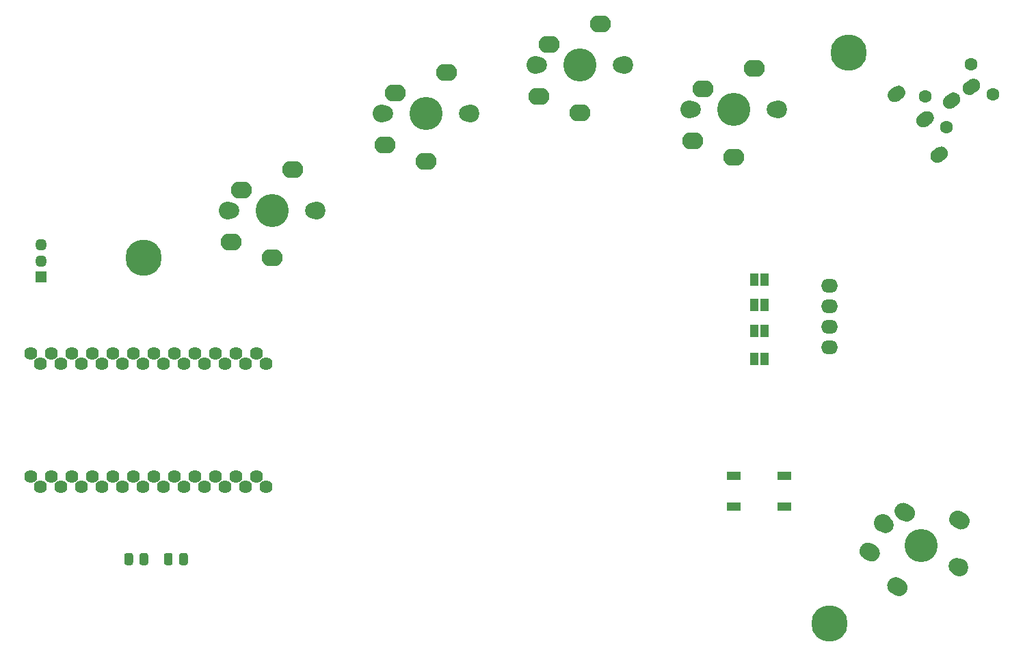
<source format=gbr>
%TF.GenerationSoftware,KiCad,Pcbnew,5.1.6*%
%TF.CreationDate,2020-10-16T15:45:10+02:00*%
%TF.ProjectId,prominny_kicad,70726f6d-696e-46e7-995f-6b696361642e,rev?*%
%TF.SameCoordinates,Original*%
%TF.FileFunction,Soldermask,Bot*%
%TF.FilePolarity,Negative*%
%FSLAX46Y46*%
G04 Gerber Fmt 4.6, Leading zero omitted, Abs format (unit mm)*
G04 Created by KiCad (PCBNEW 5.1.6) date 2020-10-16 15:45:10*
%MOMM*%
%LPD*%
G01*
G04 APERTURE LIST*
%ADD10C,0.800000*%
%ADD11C,4.500000*%
%ADD12O,2.100000X1.700000*%
%ADD13O,1.450000X1.450000*%
%ADD14R,1.450000X1.450000*%
%ADD15C,4.100000*%
%ADD16C,2.200000*%
%ADD17C,2.000000*%
%ADD18O,2.600000X2.100000*%
%ADD19R,1.800000X1.100000*%
%ADD20C,1.624000*%
%ADD21C,1.600000*%
%ADD22R,1.100000X1.600000*%
G04 APERTURE END LIST*
D10*
%TO.C, *%
X233720826Y-132968574D03*
X232554100Y-132485300D03*
X231387374Y-132968574D03*
X230904100Y-134135300D03*
X231387374Y-135302026D03*
X232554100Y-135785300D03*
X233720826Y-135302026D03*
X234204100Y-134135300D03*
D11*
X232554100Y-134135300D03*
%TD*%
%TO.C, *%
X234935200Y-63496000D03*
D10*
X236585200Y-63496000D03*
X236101926Y-64662726D03*
X234935200Y-65146000D03*
X233768474Y-64662726D03*
X233285200Y-63496000D03*
X233768474Y-62329274D03*
X234935200Y-61846000D03*
X236101926Y-62329274D03*
%TD*%
%TO.C, *%
X148794926Y-87727674D03*
X147628200Y-87244400D03*
X146461474Y-87727674D03*
X145978200Y-88894400D03*
X146461474Y-90061126D03*
X147628200Y-90544400D03*
X148794926Y-90061126D03*
X149278200Y-88894400D03*
D11*
X147628200Y-88894400D03*
%TD*%
D12*
%TO.C,Brd1*%
X232554100Y-97466200D03*
X232554100Y-100006200D03*
X232554100Y-94926200D03*
X232554100Y-92386200D03*
%TD*%
D13*
%TO.C,J1*%
X134929000Y-87275500D03*
X134929000Y-89275500D03*
D14*
X134929000Y-91275500D03*
%TD*%
%TO.C,SW7*%
G36*
G01*
X239796367Y-128959550D02*
X239796367Y-128959550D01*
G75*
G02*
X241230694Y-128575223I909327J-525000D01*
G01*
X241663706Y-128825223D01*
G75*
G02*
X242048033Y-130259550I-525000J-909327D01*
G01*
X242048033Y-130259550D01*
G75*
G02*
X240613706Y-130643877I-909327J525000D01*
G01*
X240180694Y-130393877D01*
G75*
G02*
X239796367Y-128959550I525000J909327D01*
G01*
G37*
G36*
G01*
X236379637Y-124677499D02*
X236379637Y-124677499D01*
G75*
G02*
X237813964Y-124293172I909327J-525000D01*
G01*
X238246976Y-124543172D01*
G75*
G02*
X238631303Y-125977499I-525000J-909327D01*
G01*
X238631303Y-125977499D01*
G75*
G02*
X237196976Y-126361826I-909327J525000D01*
G01*
X236763964Y-126111826D01*
G75*
G02*
X236379637Y-124677499I525000J909327D01*
G01*
G37*
D15*
X243872200Y-124500000D03*
D16*
X239109060Y-121750000D03*
X248635340Y-127250000D03*
G36*
G01*
X247486072Y-120720591D02*
X247486072Y-120720591D01*
G75*
G02*
X248920399Y-120336264I909327J-525000D01*
G01*
X249353411Y-120586264D01*
G75*
G02*
X249737738Y-122020591I-525000J-909327D01*
G01*
X249737738Y-122020591D01*
G75*
G02*
X248303411Y-122404918I-909327J525000D01*
G01*
X247870399Y-122154918D01*
G75*
G02*
X247486072Y-120720591I525000J909327D01*
G01*
G37*
G36*
G01*
X240716810Y-119745295D02*
X240716810Y-119745295D01*
G75*
G02*
X242151137Y-119360968I909327J-525000D01*
G01*
X242584149Y-119610968D01*
G75*
G02*
X242968476Y-121045295I-525000J-909327D01*
G01*
X242968476Y-121045295D01*
G75*
G02*
X241534149Y-121429622I-909327J525000D01*
G01*
X241101137Y-121179622D01*
G75*
G02*
X240716810Y-119745295I525000J909327D01*
G01*
G37*
D17*
X248271609Y-127040000D03*
X239472791Y-121960000D03*
%TD*%
D18*
%TO.C,SW5*%
X201599800Y-70900000D03*
X196499800Y-68900000D03*
D15*
X201599800Y-65000000D03*
D16*
X196099800Y-65000000D03*
X207099800Y-65000000D03*
D18*
X204139800Y-59920000D03*
X197789800Y-62460000D03*
D17*
X206679800Y-65000000D03*
X196519800Y-65000000D03*
%TD*%
D18*
%TO.C,SW4*%
X182551000Y-76900000D03*
X177451000Y-74900000D03*
D15*
X182551000Y-71000000D03*
D16*
X177051000Y-71000000D03*
X188051000Y-71000000D03*
D18*
X185091000Y-65920000D03*
X178741000Y-68460000D03*
D17*
X187631000Y-71000000D03*
X177471000Y-71000000D03*
%TD*%
D18*
%TO.C,SW3*%
X163502200Y-88900000D03*
X158402200Y-86900000D03*
D15*
X163502200Y-83000000D03*
D16*
X158002200Y-83000000D03*
X169002200Y-83000000D03*
D18*
X166042200Y-77920000D03*
X159692200Y-80460000D03*
D17*
X168582200Y-83000000D03*
X158422200Y-83000000D03*
%TD*%
D18*
%TO.C,SW6*%
X220648600Y-76400000D03*
X215548600Y-74400000D03*
D15*
X220648600Y-70500000D03*
D16*
X215148600Y-70500000D03*
X226148600Y-70500000D03*
D18*
X223188600Y-65420000D03*
X216838600Y-67960000D03*
D17*
X225728600Y-70500000D03*
X215568600Y-70500000D03*
%TD*%
D19*
%TO.C,SW2*%
X226973400Y-115861300D03*
X220673400Y-115861300D03*
X226973400Y-119661300D03*
X220673400Y-119661300D03*
%TD*%
D20*
%TO.C,U2*%
X139927645Y-102009415D03*
X157707645Y-117249415D03*
X150087645Y-102009415D03*
X147547645Y-117249415D03*
X142467645Y-117249415D03*
X160247645Y-102009415D03*
X139927645Y-117249415D03*
X134847645Y-117249415D03*
X155167645Y-102009415D03*
X162787645Y-117249415D03*
X147547645Y-102009415D03*
X137387645Y-102009415D03*
X142467645Y-102009415D03*
X145007645Y-102009415D03*
X157707645Y-102009415D03*
X152627645Y-102009415D03*
X155167645Y-117249415D03*
X152627645Y-117249415D03*
X162787645Y-102009415D03*
X160247645Y-117249415D03*
X137387645Y-117249415D03*
X134847645Y-102009415D03*
X150087645Y-117249415D03*
X145007645Y-117249415D03*
X133651900Y-100710600D03*
X136191900Y-100710600D03*
X138731900Y-100710600D03*
X141271900Y-100710600D03*
X143811900Y-100710600D03*
X146351900Y-100710600D03*
X148891900Y-100710600D03*
X151431900Y-100710600D03*
X153971900Y-100710600D03*
X156511900Y-100710600D03*
X159051900Y-100710600D03*
X161591900Y-100710600D03*
X161591900Y-115950600D03*
X159051900Y-115950600D03*
X156511900Y-115950600D03*
X153971900Y-115950600D03*
X151431900Y-115950600D03*
X148891900Y-115950600D03*
X146351900Y-115950600D03*
X143811900Y-115950600D03*
X141271900Y-115950600D03*
X138731900Y-115950600D03*
X136191900Y-115950600D03*
X133651900Y-115950600D03*
%TD*%
%TO.C,U1*%
G36*
G01*
X246901114Y-68909068D02*
X247392606Y-68564922D01*
G75*
G02*
X248576425Y-68773661I487540J-696279D01*
G01*
X248576425Y-68773661D01*
G75*
G02*
X248367686Y-69957480I-696279J-487540D01*
G01*
X247876194Y-70301626D01*
G75*
G02*
X246692375Y-70092887I-487540J696279D01*
G01*
X246692375Y-70092887D01*
G75*
G02*
X246901114Y-68909068I696279J487540D01*
G01*
G37*
D21*
X250083274Y-64910773D03*
X244349210Y-68925808D03*
G36*
G01*
X249358570Y-67188339D02*
X249850062Y-66844193D01*
G75*
G02*
X251033881Y-67052932I487540J-696279D01*
G01*
X251033881Y-67052932D01*
G75*
G02*
X250825142Y-68236751I-696279J-487540D01*
G01*
X250333650Y-68580897D01*
G75*
G02*
X249149831Y-68372158I-487540J696279D01*
G01*
X249149831Y-68372158D01*
G75*
G02*
X249358570Y-67188339I696279J487540D01*
G01*
G37*
G36*
G01*
X243624506Y-71203374D02*
X244115998Y-70859228D01*
G75*
G02*
X245299817Y-71067967I487540J-696279D01*
G01*
X245299817Y-71067967D01*
G75*
G02*
X245091078Y-72251786I-696279J-487540D01*
G01*
X244599586Y-72595932D01*
G75*
G02*
X243415767Y-72387193I-487540J696279D01*
G01*
X243415767Y-72387193D01*
G75*
G02*
X243624506Y-71203374I696279J487540D01*
G01*
G37*
G36*
G01*
X240084987Y-68066208D02*
X240576479Y-67722062D01*
G75*
G02*
X241760298Y-67930801I487540J-696279D01*
G01*
X241760298Y-67930801D01*
G75*
G02*
X241551559Y-69114620I-696279J-487540D01*
G01*
X241060067Y-69458766D01*
G75*
G02*
X239876248Y-69250027I-487540J696279D01*
G01*
X239876248Y-69250027D01*
G75*
G02*
X240084987Y-68066208I696279J487540D01*
G01*
G37*
G36*
G01*
X245361891Y-75602407D02*
X245853383Y-75258261D01*
G75*
G02*
X247037202Y-75467000I487540J-696279D01*
G01*
X247037202Y-75467000D01*
G75*
G02*
X246828463Y-76650819I-696279J-487540D01*
G01*
X246336971Y-76994965D01*
G75*
G02*
X245153152Y-76786226I-487540J696279D01*
G01*
X245153152Y-76786226D01*
G75*
G02*
X245361891Y-75602407I696279J487540D01*
G01*
G37*
X252721726Y-68678872D03*
X246987661Y-72693907D03*
%TD*%
%TO.C,R2*%
G36*
G01*
X151996700Y-126679550D02*
X151996700Y-125717050D01*
G75*
G02*
X152265450Y-125448300I268750J0D01*
G01*
X152802950Y-125448300D01*
G75*
G02*
X153071700Y-125717050I0J-268750D01*
G01*
X153071700Y-126679550D01*
G75*
G02*
X152802950Y-126948300I-268750J0D01*
G01*
X152265450Y-126948300D01*
G75*
G02*
X151996700Y-126679550I0J268750D01*
G01*
G37*
G36*
G01*
X150121700Y-126679550D02*
X150121700Y-125717050D01*
G75*
G02*
X150390450Y-125448300I268750J0D01*
G01*
X150927950Y-125448300D01*
G75*
G02*
X151196700Y-125717050I0J-268750D01*
G01*
X151196700Y-126679550D01*
G75*
G02*
X150927950Y-126948300I-268750J0D01*
G01*
X150390450Y-126948300D01*
G75*
G02*
X150121700Y-126679550I0J268750D01*
G01*
G37*
%TD*%
%TO.C,R1*%
G36*
G01*
X147090700Y-126679550D02*
X147090700Y-125717050D01*
G75*
G02*
X147359450Y-125448300I268750J0D01*
G01*
X147896950Y-125448300D01*
G75*
G02*
X148165700Y-125717050I0J-268750D01*
G01*
X148165700Y-126679550D01*
G75*
G02*
X147896950Y-126948300I-268750J0D01*
G01*
X147359450Y-126948300D01*
G75*
G02*
X147090700Y-126679550I0J268750D01*
G01*
G37*
G36*
G01*
X145215700Y-126679550D02*
X145215700Y-125717050D01*
G75*
G02*
X145484450Y-125448300I268750J0D01*
G01*
X146021950Y-125448300D01*
G75*
G02*
X146290700Y-125717050I0J-268750D01*
G01*
X146290700Y-126679550D01*
G75*
G02*
X146021950Y-126948300I-268750J0D01*
G01*
X145484450Y-126948300D01*
G75*
G02*
X145215700Y-126679550I0J268750D01*
G01*
G37*
%TD*%
D22*
%TO.C,JP8*%
X223173400Y-101381100D03*
X224473400Y-101381100D03*
%TD*%
%TO.C,JP7*%
X223173400Y-97918800D03*
X224473400Y-97918800D03*
%TD*%
%TO.C,JP6*%
X223173400Y-94744000D03*
X224473400Y-94744000D03*
%TD*%
%TO.C,JP5*%
X223173400Y-91569200D03*
X224473400Y-91569200D03*
%TD*%
M02*

</source>
